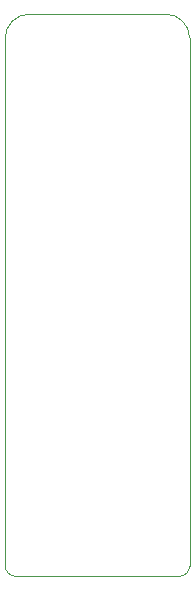
<source format=gbr>
%TF.GenerationSoftware,KiCad,Pcbnew,6.0.11+dfsg-1*%
%TF.CreationDate,2025-01-09T09:40:10-08:00*%
%TF.ProjectId,eUSB,65555342-2e6b-4696-9361-645f70636258,rev?*%
%TF.SameCoordinates,Original*%
%TF.FileFunction,Profile,NP*%
%FSLAX46Y46*%
G04 Gerber Fmt 4.6, Leading zero omitted, Abs format (unit mm)*
G04 Created by KiCad (PCBNEW 6.0.11+dfsg-1) date 2025-01-09 09:40:10*
%MOMM*%
%LPD*%
G01*
G04 APERTURE LIST*
%TA.AperFunction,Profile*%
%ADD10C,0.100000*%
%TD*%
G04 APERTURE END LIST*
D10*
X154178000Y-54268841D02*
X165735000Y-54268841D01*
X167767000Y-100971382D02*
X167767000Y-56300841D01*
X153028618Y-101860382D02*
X166878000Y-101860382D01*
X152146018Y-100971382D02*
G75*
G03*
X153028618Y-101860382I885782J-3218D01*
G01*
X154178000Y-54268900D02*
G75*
G03*
X152146000Y-56300841I-100J-2031900D01*
G01*
X166878000Y-101860400D02*
G75*
G03*
X167767000Y-100971382I0J889000D01*
G01*
X152146000Y-100971382D02*
X152146000Y-56300841D01*
X167766959Y-56300841D02*
G75*
G03*
X165735000Y-54268841I-2031959J41D01*
G01*
M02*

</source>
